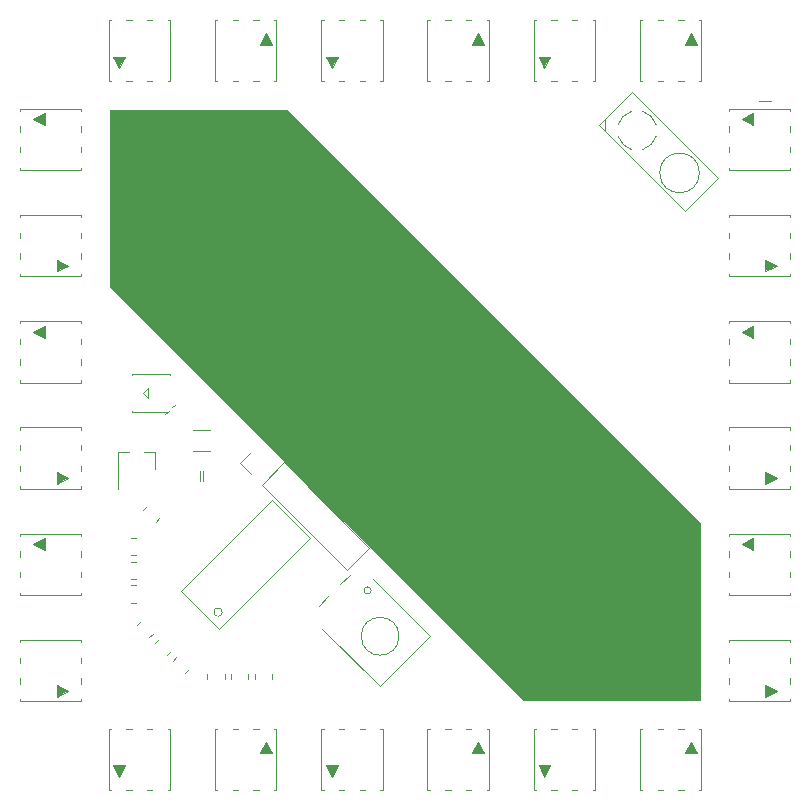
<source format=gbr>
%TF.GenerationSoftware,KiCad,Pcbnew,5.1.9+dfsg1-1+deb11u1*%
%TF.CreationDate,2024-07-25T19:41:34+02:00*%
%TF.ProjectId,label1,6c616265-6c31-42e6-9b69-6361645f7063,rev?*%
%TF.SameCoordinates,Original*%
%TF.FileFunction,Legend,Top*%
%TF.FilePolarity,Positive*%
%FSLAX46Y46*%
G04 Gerber Fmt 4.6, Leading zero omitted, Abs format (unit mm)*
G04 Created by KiCad (PCBNEW 5.1.9+dfsg1-1+deb11u1) date 2024-07-25 19:41:34*
%MOMM*%
%LPD*%
G01*
G04 APERTURE LIST*
%ADD10C,0.100000*%
%ADD11C,0.120000*%
G04 APERTURE END LIST*
D10*
G36*
X80000000Y-65000000D02*
G01*
X80000000Y-80000000D01*
X65000000Y-80000000D01*
X30000000Y-45000000D01*
X30000000Y-30000000D01*
X45000000Y-30000000D01*
X80000000Y-65000000D01*
G37*
X80000000Y-65000000D02*
X80000000Y-80000000D01*
X65000000Y-80000000D01*
X30000000Y-45000000D01*
X30000000Y-30000000D01*
X45000000Y-30000000D01*
X80000000Y-65000000D01*
D11*
X85000000Y-29250000D02*
X86000000Y-29250000D01*
%TO.C,U2*%
X52128427Y-70692498D02*
G75*
G03*
X52128427Y-70692498I-300000J0D01*
G01*
X54489087Y-74581585D02*
G75*
G03*
X54489087Y-74581585I-1600000J0D01*
G01*
X57131728Y-74581585D02*
X52889087Y-78824226D01*
X52889087Y-78824226D02*
X48010051Y-73945189D01*
X48505025Y-71187473D02*
X47698924Y-71993574D01*
X52252691Y-69702549D02*
X57131728Y-74581585D01*
X50301076Y-69391422D02*
X49494975Y-70197523D01*
%TO.C,D41*%
X35500000Y-55000000D02*
X35300000Y-55200000D01*
X34700000Y-55800000D02*
X35000000Y-55500000D01*
X31900000Y-52400000D02*
X31900000Y-52500000D01*
X35100000Y-52400000D02*
X35100000Y-52500000D01*
X31900000Y-55600000D02*
X31900000Y-55500000D01*
X34900000Y-55600000D02*
X31900000Y-55600000D01*
X31900000Y-52400000D02*
X35100000Y-52400000D01*
X33200000Y-53600000D02*
X32800000Y-54000000D01*
X32800000Y-54000000D02*
X33200000Y-54400000D01*
X33200000Y-54400000D02*
X33200000Y-53600000D01*
%TO.C,U1*%
X39520102Y-72530509D02*
G75*
G03*
X39520102Y-72530509I-353554J0D01*
G01*
X36055278Y-70762742D02*
X39272614Y-73980078D01*
X43762742Y-63055278D02*
X36055278Y-70762742D01*
X46980078Y-66272614D02*
X43762742Y-63055278D01*
X39272614Y-73980078D02*
X46980078Y-66272614D01*
D10*
%TO.C,D4*%
G36*
X67300000Y-85500000D02*
G01*
X66800000Y-86500000D01*
X66300000Y-85500000D01*
X67300000Y-85500000D01*
G37*
X67300000Y-85500000D02*
X66800000Y-86500000D01*
X66300000Y-85500000D01*
X67300000Y-85500000D01*
D11*
X66100000Y-82400000D02*
X65900000Y-82400000D01*
X66100000Y-87600000D02*
X65900000Y-87600000D01*
X70900000Y-87600000D02*
X71100000Y-87600000D01*
X70900000Y-82400000D02*
X71100000Y-82400000D01*
X67400000Y-82400000D02*
X67850000Y-82400000D01*
X69150000Y-82400000D02*
X69600000Y-82400000D01*
X69150000Y-87600000D02*
X69600000Y-87600000D01*
X67400000Y-87600000D02*
X67850000Y-87600000D01*
X71100000Y-87600000D02*
X71100000Y-82400000D01*
X65900000Y-87600000D02*
X65900000Y-82400000D01*
%TO.C,R1*%
X32227064Y-67735000D02*
X31772936Y-67735000D01*
X32227064Y-66265000D02*
X31772936Y-66265000D01*
%TO.C,R9*%
X35180282Y-75859165D02*
X34859165Y-76180282D01*
X34140835Y-74819718D02*
X33819718Y-75140835D01*
%TO.C,R8*%
X43735000Y-77772936D02*
X43735000Y-78227064D01*
X42265000Y-77772936D02*
X42265000Y-78227064D01*
%TO.C,R7*%
X41735000Y-77772936D02*
X41735000Y-78227064D01*
X40265000Y-77772936D02*
X40265000Y-78227064D01*
%TO.C,R6*%
X39735000Y-77772936D02*
X39735000Y-78227064D01*
X38265000Y-77772936D02*
X38265000Y-78227064D01*
%TO.C,R5*%
X36680282Y-77359165D02*
X36359165Y-77680282D01*
X35640835Y-76319718D02*
X35319718Y-76640835D01*
%TO.C,R4*%
X33680282Y-74359165D02*
X33359165Y-74680282D01*
X32640835Y-73319718D02*
X32319718Y-73640835D01*
%TO.C,R3*%
X32227064Y-71735000D02*
X31772936Y-71735000D01*
X32227064Y-70265000D02*
X31772936Y-70265000D01*
%TO.C,R2*%
X32227064Y-69735000D02*
X31772936Y-69735000D01*
X32227064Y-68265000D02*
X31772936Y-68265000D01*
D10*
%TO.C,D24*%
G36*
X78700000Y-24500000D02*
G01*
X79200000Y-23500000D01*
X79700000Y-24500000D01*
X78700000Y-24500000D01*
G37*
X78700000Y-24500000D02*
X79200000Y-23500000D01*
X79700000Y-24500000D01*
X78700000Y-24500000D01*
D11*
X79900000Y-27600000D02*
X80100000Y-27600000D01*
X79900000Y-22400000D02*
X80100000Y-22400000D01*
X75100000Y-22400000D02*
X74900000Y-22400000D01*
X75100000Y-27600000D02*
X74900000Y-27600000D01*
X78600000Y-27600000D02*
X78150000Y-27600000D01*
X76850000Y-27600000D02*
X76400000Y-27600000D01*
X76850000Y-22400000D02*
X76400000Y-22400000D01*
X78600000Y-22400000D02*
X78150000Y-22400000D01*
X74900000Y-22400000D02*
X74900000Y-27600000D01*
X80100000Y-22400000D02*
X80100000Y-27600000D01*
D10*
%TO.C,D23*%
G36*
X84500000Y-31300000D02*
G01*
X83500000Y-30800000D01*
X84500000Y-30300000D01*
X84500000Y-31300000D01*
G37*
X84500000Y-31300000D02*
X83500000Y-30800000D01*
X84500000Y-30300000D01*
X84500000Y-31300000D01*
D11*
X87600000Y-30100000D02*
X87600000Y-29900000D01*
X82400000Y-30100000D02*
X82400000Y-29900000D01*
X82400000Y-34900000D02*
X82400000Y-35100000D01*
X87600000Y-34900000D02*
X87600000Y-35100000D01*
X87600000Y-31400000D02*
X87600000Y-31850000D01*
X87600000Y-33150000D02*
X87600000Y-33600000D01*
X82400000Y-33150000D02*
X82400000Y-33600000D01*
X82400000Y-31400000D02*
X82400000Y-31850000D01*
X82400000Y-35100000D02*
X87600000Y-35100000D01*
X82400000Y-29900000D02*
X87600000Y-29900000D01*
D10*
%TO.C,D22*%
G36*
X67300000Y-25500000D02*
G01*
X66800000Y-26500000D01*
X66300000Y-25500000D01*
X67300000Y-25500000D01*
G37*
X67300000Y-25500000D02*
X66800000Y-26500000D01*
X66300000Y-25500000D01*
X67300000Y-25500000D01*
D11*
X66100000Y-22400000D02*
X65900000Y-22400000D01*
X66100000Y-27600000D02*
X65900000Y-27600000D01*
X70900000Y-27600000D02*
X71100000Y-27600000D01*
X70900000Y-22400000D02*
X71100000Y-22400000D01*
X67400000Y-22400000D02*
X67850000Y-22400000D01*
X69150000Y-22400000D02*
X69600000Y-22400000D01*
X69150000Y-27600000D02*
X69600000Y-27600000D01*
X67400000Y-27600000D02*
X67850000Y-27600000D01*
X71100000Y-27600000D02*
X71100000Y-22400000D01*
X65900000Y-27600000D02*
X65900000Y-22400000D01*
D10*
%TO.C,D21*%
G36*
X85500000Y-42700000D02*
G01*
X86500000Y-43200000D01*
X85500000Y-43700000D01*
X85500000Y-42700000D01*
G37*
X85500000Y-42700000D02*
X86500000Y-43200000D01*
X85500000Y-43700000D01*
X85500000Y-42700000D01*
D11*
X82400000Y-43900000D02*
X82400000Y-44100000D01*
X87600000Y-43900000D02*
X87600000Y-44100000D01*
X87600000Y-39100000D02*
X87600000Y-38900000D01*
X82400000Y-39100000D02*
X82400000Y-38900000D01*
X82400000Y-42600000D02*
X82400000Y-42150000D01*
X82400000Y-40850000D02*
X82400000Y-40400000D01*
X87600000Y-40850000D02*
X87600000Y-40400000D01*
X87600000Y-42600000D02*
X87600000Y-42150000D01*
X87600000Y-38900000D02*
X82400000Y-38900000D01*
X87600000Y-44100000D02*
X82400000Y-44100000D01*
D10*
%TO.C,D20*%
G36*
X60700000Y-24500000D02*
G01*
X61200000Y-23500000D01*
X61700000Y-24500000D01*
X60700000Y-24500000D01*
G37*
X60700000Y-24500000D02*
X61200000Y-23500000D01*
X61700000Y-24500000D01*
X60700000Y-24500000D01*
D11*
X61900000Y-27600000D02*
X62100000Y-27600000D01*
X61900000Y-22400000D02*
X62100000Y-22400000D01*
X57100000Y-22400000D02*
X56900000Y-22400000D01*
X57100000Y-27600000D02*
X56900000Y-27600000D01*
X60600000Y-27600000D02*
X60150000Y-27600000D01*
X58850000Y-27600000D02*
X58400000Y-27600000D01*
X58850000Y-22400000D02*
X58400000Y-22400000D01*
X60600000Y-22400000D02*
X60150000Y-22400000D01*
X56900000Y-22400000D02*
X56900000Y-27600000D01*
X62100000Y-22400000D02*
X62100000Y-27600000D01*
D10*
%TO.C,D19*%
G36*
X84500000Y-49300000D02*
G01*
X83500000Y-48800000D01*
X84500000Y-48300000D01*
X84500000Y-49300000D01*
G37*
X84500000Y-49300000D02*
X83500000Y-48800000D01*
X84500000Y-48300000D01*
X84500000Y-49300000D01*
D11*
X87600000Y-48100000D02*
X87600000Y-47900000D01*
X82400000Y-48100000D02*
X82400000Y-47900000D01*
X82400000Y-52900000D02*
X82400000Y-53100000D01*
X87600000Y-52900000D02*
X87600000Y-53100000D01*
X87600000Y-49400000D02*
X87600000Y-49850000D01*
X87600000Y-51150000D02*
X87600000Y-51600000D01*
X82400000Y-51150000D02*
X82400000Y-51600000D01*
X82400000Y-49400000D02*
X82400000Y-49850000D01*
X82400000Y-53100000D02*
X87600000Y-53100000D01*
X82400000Y-47900000D02*
X87600000Y-47900000D01*
D10*
%TO.C,D18*%
G36*
X49300000Y-25500000D02*
G01*
X48800000Y-26500000D01*
X48300000Y-25500000D01*
X49300000Y-25500000D01*
G37*
X49300000Y-25500000D02*
X48800000Y-26500000D01*
X48300000Y-25500000D01*
X49300000Y-25500000D01*
D11*
X48100000Y-22400000D02*
X47900000Y-22400000D01*
X48100000Y-27600000D02*
X47900000Y-27600000D01*
X52900000Y-27600000D02*
X53100000Y-27600000D01*
X52900000Y-22400000D02*
X53100000Y-22400000D01*
X49400000Y-22400000D02*
X49850000Y-22400000D01*
X51150000Y-22400000D02*
X51600000Y-22400000D01*
X51150000Y-27600000D02*
X51600000Y-27600000D01*
X49400000Y-27600000D02*
X49850000Y-27600000D01*
X53100000Y-27600000D02*
X53100000Y-22400000D01*
X47900000Y-27600000D02*
X47900000Y-22400000D01*
D10*
%TO.C,D17*%
G36*
X85500000Y-60700000D02*
G01*
X86500000Y-61200000D01*
X85500000Y-61700000D01*
X85500000Y-60700000D01*
G37*
X85500000Y-60700000D02*
X86500000Y-61200000D01*
X85500000Y-61700000D01*
X85500000Y-60700000D01*
D11*
X82400000Y-61900000D02*
X82400000Y-62100000D01*
X87600000Y-61900000D02*
X87600000Y-62100000D01*
X87600000Y-57100000D02*
X87600000Y-56900000D01*
X82400000Y-57100000D02*
X82400000Y-56900000D01*
X82400000Y-60600000D02*
X82400000Y-60150000D01*
X82400000Y-58850000D02*
X82400000Y-58400000D01*
X87600000Y-58850000D02*
X87600000Y-58400000D01*
X87600000Y-60600000D02*
X87600000Y-60150000D01*
X87600000Y-56900000D02*
X82400000Y-56900000D01*
X87600000Y-62100000D02*
X82400000Y-62100000D01*
D10*
%TO.C,D16*%
G36*
X42700000Y-24500000D02*
G01*
X43200000Y-23500000D01*
X43700000Y-24500000D01*
X42700000Y-24500000D01*
G37*
X42700000Y-24500000D02*
X43200000Y-23500000D01*
X43700000Y-24500000D01*
X42700000Y-24500000D01*
D11*
X43900000Y-27600000D02*
X44100000Y-27600000D01*
X43900000Y-22400000D02*
X44100000Y-22400000D01*
X39100000Y-22400000D02*
X38900000Y-22400000D01*
X39100000Y-27600000D02*
X38900000Y-27600000D01*
X42600000Y-27600000D02*
X42150000Y-27600000D01*
X40850000Y-27600000D02*
X40400000Y-27600000D01*
X40850000Y-22400000D02*
X40400000Y-22400000D01*
X42600000Y-22400000D02*
X42150000Y-22400000D01*
X38900000Y-22400000D02*
X38900000Y-27600000D01*
X44100000Y-22400000D02*
X44100000Y-27600000D01*
D10*
%TO.C,D15*%
G36*
X84500000Y-67300000D02*
G01*
X83500000Y-66800000D01*
X84500000Y-66300000D01*
X84500000Y-67300000D01*
G37*
X84500000Y-67300000D02*
X83500000Y-66800000D01*
X84500000Y-66300000D01*
X84500000Y-67300000D01*
D11*
X87600000Y-66100000D02*
X87600000Y-65900000D01*
X82400000Y-66100000D02*
X82400000Y-65900000D01*
X82400000Y-70900000D02*
X82400000Y-71100000D01*
X87600000Y-70900000D02*
X87600000Y-71100000D01*
X87600000Y-67400000D02*
X87600000Y-67850000D01*
X87600000Y-69150000D02*
X87600000Y-69600000D01*
X82400000Y-69150000D02*
X82400000Y-69600000D01*
X82400000Y-67400000D02*
X82400000Y-67850000D01*
X82400000Y-71100000D02*
X87600000Y-71100000D01*
X82400000Y-65900000D02*
X87600000Y-65900000D01*
D10*
%TO.C,D14*%
G36*
X31300000Y-25500000D02*
G01*
X30800000Y-26500000D01*
X30300000Y-25500000D01*
X31300000Y-25500000D01*
G37*
X31300000Y-25500000D02*
X30800000Y-26500000D01*
X30300000Y-25500000D01*
X31300000Y-25500000D01*
D11*
X30100000Y-22400000D02*
X29900000Y-22400000D01*
X30100000Y-27600000D02*
X29900000Y-27600000D01*
X34900000Y-27600000D02*
X35100000Y-27600000D01*
X34900000Y-22400000D02*
X35100000Y-22400000D01*
X31400000Y-22400000D02*
X31850000Y-22400000D01*
X33150000Y-22400000D02*
X33600000Y-22400000D01*
X33150000Y-27600000D02*
X33600000Y-27600000D01*
X31400000Y-27600000D02*
X31850000Y-27600000D01*
X35100000Y-27600000D02*
X35100000Y-22400000D01*
X29900000Y-27600000D02*
X29900000Y-22400000D01*
D10*
%TO.C,D13*%
G36*
X85500000Y-78700000D02*
G01*
X86500000Y-79200000D01*
X85500000Y-79700000D01*
X85500000Y-78700000D01*
G37*
X85500000Y-78700000D02*
X86500000Y-79200000D01*
X85500000Y-79700000D01*
X85500000Y-78700000D01*
D11*
X82400000Y-79900000D02*
X82400000Y-80100000D01*
X87600000Y-79900000D02*
X87600000Y-80100000D01*
X87600000Y-75100000D02*
X87600000Y-74900000D01*
X82400000Y-75100000D02*
X82400000Y-74900000D01*
X82400000Y-78600000D02*
X82400000Y-78150000D01*
X82400000Y-76850000D02*
X82400000Y-76400000D01*
X87600000Y-76850000D02*
X87600000Y-76400000D01*
X87600000Y-78600000D02*
X87600000Y-78150000D01*
X87600000Y-74900000D02*
X82400000Y-74900000D01*
X87600000Y-80100000D02*
X82400000Y-80100000D01*
D10*
%TO.C,D12*%
G36*
X31300000Y-85500000D02*
G01*
X30800000Y-86500000D01*
X30300000Y-85500000D01*
X31300000Y-85500000D01*
G37*
X31300000Y-85500000D02*
X30800000Y-86500000D01*
X30300000Y-85500000D01*
X31300000Y-85500000D01*
D11*
X30100000Y-82400000D02*
X29900000Y-82400000D01*
X30100000Y-87600000D02*
X29900000Y-87600000D01*
X34900000Y-87600000D02*
X35100000Y-87600000D01*
X34900000Y-82400000D02*
X35100000Y-82400000D01*
X31400000Y-82400000D02*
X31850000Y-82400000D01*
X33150000Y-82400000D02*
X33600000Y-82400000D01*
X33150000Y-87600000D02*
X33600000Y-87600000D01*
X31400000Y-87600000D02*
X31850000Y-87600000D01*
X35100000Y-87600000D02*
X35100000Y-82400000D01*
X29900000Y-87600000D02*
X29900000Y-82400000D01*
D10*
%TO.C,D11*%
G36*
X25500000Y-78700000D02*
G01*
X26500000Y-79200000D01*
X25500000Y-79700000D01*
X25500000Y-78700000D01*
G37*
X25500000Y-78700000D02*
X26500000Y-79200000D01*
X25500000Y-79700000D01*
X25500000Y-78700000D01*
D11*
X22400000Y-79900000D02*
X22400000Y-80100000D01*
X27600000Y-79900000D02*
X27600000Y-80100000D01*
X27600000Y-75100000D02*
X27600000Y-74900000D01*
X22400000Y-75100000D02*
X22400000Y-74900000D01*
X22400000Y-78600000D02*
X22400000Y-78150000D01*
X22400000Y-76850000D02*
X22400000Y-76400000D01*
X27600000Y-76850000D02*
X27600000Y-76400000D01*
X27600000Y-78600000D02*
X27600000Y-78150000D01*
X27600000Y-74900000D02*
X22400000Y-74900000D01*
X27600000Y-80100000D02*
X22400000Y-80100000D01*
D10*
%TO.C,D10*%
G36*
X42700000Y-84500000D02*
G01*
X43200000Y-83500000D01*
X43700000Y-84500000D01*
X42700000Y-84500000D01*
G37*
X42700000Y-84500000D02*
X43200000Y-83500000D01*
X43700000Y-84500000D01*
X42700000Y-84500000D01*
D11*
X43900000Y-87600000D02*
X44100000Y-87600000D01*
X43900000Y-82400000D02*
X44100000Y-82400000D01*
X39100000Y-82400000D02*
X38900000Y-82400000D01*
X39100000Y-87600000D02*
X38900000Y-87600000D01*
X42600000Y-87600000D02*
X42150000Y-87600000D01*
X40850000Y-87600000D02*
X40400000Y-87600000D01*
X40850000Y-82400000D02*
X40400000Y-82400000D01*
X42600000Y-82400000D02*
X42150000Y-82400000D01*
X38900000Y-82400000D02*
X38900000Y-87600000D01*
X44100000Y-82400000D02*
X44100000Y-87600000D01*
D10*
%TO.C,D9*%
G36*
X24500000Y-67300000D02*
G01*
X23500000Y-66800000D01*
X24500000Y-66300000D01*
X24500000Y-67300000D01*
G37*
X24500000Y-67300000D02*
X23500000Y-66800000D01*
X24500000Y-66300000D01*
X24500000Y-67300000D01*
D11*
X27600000Y-66100000D02*
X27600000Y-65900000D01*
X22400000Y-66100000D02*
X22400000Y-65900000D01*
X22400000Y-70900000D02*
X22400000Y-71100000D01*
X27600000Y-70900000D02*
X27600000Y-71100000D01*
X27600000Y-67400000D02*
X27600000Y-67850000D01*
X27600000Y-69150000D02*
X27600000Y-69600000D01*
X22400000Y-69150000D02*
X22400000Y-69600000D01*
X22400000Y-67400000D02*
X22400000Y-67850000D01*
X22400000Y-71100000D02*
X27600000Y-71100000D01*
X22400000Y-65900000D02*
X27600000Y-65900000D01*
D10*
%TO.C,D8*%
G36*
X49300000Y-85500000D02*
G01*
X48800000Y-86500000D01*
X48300000Y-85500000D01*
X49300000Y-85500000D01*
G37*
X49300000Y-85500000D02*
X48800000Y-86500000D01*
X48300000Y-85500000D01*
X49300000Y-85500000D01*
D11*
X48100000Y-82400000D02*
X47900000Y-82400000D01*
X48100000Y-87600000D02*
X47900000Y-87600000D01*
X52900000Y-87600000D02*
X53100000Y-87600000D01*
X52900000Y-82400000D02*
X53100000Y-82400000D01*
X49400000Y-82400000D02*
X49850000Y-82400000D01*
X51150000Y-82400000D02*
X51600000Y-82400000D01*
X51150000Y-87600000D02*
X51600000Y-87600000D01*
X49400000Y-87600000D02*
X49850000Y-87600000D01*
X53100000Y-87600000D02*
X53100000Y-82400000D01*
X47900000Y-87600000D02*
X47900000Y-82400000D01*
D10*
%TO.C,D7*%
G36*
X25500000Y-60700000D02*
G01*
X26500000Y-61200000D01*
X25500000Y-61700000D01*
X25500000Y-60700000D01*
G37*
X25500000Y-60700000D02*
X26500000Y-61200000D01*
X25500000Y-61700000D01*
X25500000Y-60700000D01*
D11*
X22400000Y-61900000D02*
X22400000Y-62100000D01*
X27600000Y-61900000D02*
X27600000Y-62100000D01*
X27600000Y-57100000D02*
X27600000Y-56900000D01*
X22400000Y-57100000D02*
X22400000Y-56900000D01*
X22400000Y-60600000D02*
X22400000Y-60150000D01*
X22400000Y-58850000D02*
X22400000Y-58400000D01*
X27600000Y-58850000D02*
X27600000Y-58400000D01*
X27600000Y-60600000D02*
X27600000Y-60150000D01*
X27600000Y-56900000D02*
X22400000Y-56900000D01*
X27600000Y-62100000D02*
X22400000Y-62100000D01*
D10*
%TO.C,D6*%
G36*
X60700000Y-84500000D02*
G01*
X61200000Y-83500000D01*
X61700000Y-84500000D01*
X60700000Y-84500000D01*
G37*
X60700000Y-84500000D02*
X61200000Y-83500000D01*
X61700000Y-84500000D01*
X60700000Y-84500000D01*
D11*
X61900000Y-87600000D02*
X62100000Y-87600000D01*
X61900000Y-82400000D02*
X62100000Y-82400000D01*
X57100000Y-82400000D02*
X56900000Y-82400000D01*
X57100000Y-87600000D02*
X56900000Y-87600000D01*
X60600000Y-87600000D02*
X60150000Y-87600000D01*
X58850000Y-87600000D02*
X58400000Y-87600000D01*
X58850000Y-82400000D02*
X58400000Y-82400000D01*
X60600000Y-82400000D02*
X60150000Y-82400000D01*
X56900000Y-82400000D02*
X56900000Y-87600000D01*
X62100000Y-82400000D02*
X62100000Y-87600000D01*
D10*
%TO.C,D5*%
G36*
X24500000Y-49300000D02*
G01*
X23500000Y-48800000D01*
X24500000Y-48300000D01*
X24500000Y-49300000D01*
G37*
X24500000Y-49300000D02*
X23500000Y-48800000D01*
X24500000Y-48300000D01*
X24500000Y-49300000D01*
D11*
X27600000Y-48100000D02*
X27600000Y-47900000D01*
X22400000Y-48100000D02*
X22400000Y-47900000D01*
X22400000Y-52900000D02*
X22400000Y-53100000D01*
X27600000Y-52900000D02*
X27600000Y-53100000D01*
X27600000Y-49400000D02*
X27600000Y-49850000D01*
X27600000Y-51150000D02*
X27600000Y-51600000D01*
X22400000Y-51150000D02*
X22400000Y-51600000D01*
X22400000Y-49400000D02*
X22400000Y-49850000D01*
X22400000Y-53100000D02*
X27600000Y-53100000D01*
X22400000Y-47900000D02*
X27600000Y-47900000D01*
D10*
%TO.C,D3*%
G36*
X25500000Y-42700000D02*
G01*
X26500000Y-43200000D01*
X25500000Y-43700000D01*
X25500000Y-42700000D01*
G37*
X25500000Y-42700000D02*
X26500000Y-43200000D01*
X25500000Y-43700000D01*
X25500000Y-42700000D01*
D11*
X22400000Y-43900000D02*
X22400000Y-44100000D01*
X27600000Y-43900000D02*
X27600000Y-44100000D01*
X27600000Y-39100000D02*
X27600000Y-38900000D01*
X22400000Y-39100000D02*
X22400000Y-38900000D01*
X22400000Y-42600000D02*
X22400000Y-42150000D01*
X22400000Y-40850000D02*
X22400000Y-40400000D01*
X27600000Y-40850000D02*
X27600000Y-40400000D01*
X27600000Y-42600000D02*
X27600000Y-42150000D01*
X27600000Y-38900000D02*
X22400000Y-38900000D01*
X27600000Y-44100000D02*
X22400000Y-44100000D01*
D10*
%TO.C,D2*%
G36*
X78700000Y-84500000D02*
G01*
X79200000Y-83500000D01*
X79700000Y-84500000D01*
X78700000Y-84500000D01*
G37*
X78700000Y-84500000D02*
X79200000Y-83500000D01*
X79700000Y-84500000D01*
X78700000Y-84500000D01*
D11*
X79900000Y-87600000D02*
X80100000Y-87600000D01*
X79900000Y-82400000D02*
X80100000Y-82400000D01*
X75100000Y-82400000D02*
X74900000Y-82400000D01*
X75100000Y-87600000D02*
X74900000Y-87600000D01*
X78600000Y-87600000D02*
X78150000Y-87600000D01*
X76850000Y-87600000D02*
X76400000Y-87600000D01*
X76850000Y-82400000D02*
X76400000Y-82400000D01*
X78600000Y-82400000D02*
X78150000Y-82400000D01*
X74900000Y-82400000D02*
X74900000Y-87600000D01*
X80100000Y-82400000D02*
X80100000Y-87600000D01*
D10*
%TO.C,D1*%
G36*
X24500000Y-31300000D02*
G01*
X23500000Y-30800000D01*
X24500000Y-30300000D01*
X24500000Y-31300000D01*
G37*
X24500000Y-31300000D02*
X23500000Y-30800000D01*
X24500000Y-30300000D01*
X24500000Y-31300000D01*
D11*
X27600000Y-30100000D02*
X27600000Y-29900000D01*
X22400000Y-30100000D02*
X22400000Y-29900000D01*
X22400000Y-34900000D02*
X22400000Y-35100000D01*
X27600000Y-34900000D02*
X27600000Y-35100000D01*
X27600000Y-31400000D02*
X27600000Y-31850000D01*
X27600000Y-33150000D02*
X27600000Y-33600000D01*
X22400000Y-33150000D02*
X22400000Y-33600000D01*
X22400000Y-31400000D02*
X22400000Y-31850000D01*
X22400000Y-35100000D02*
X27600000Y-35100000D01*
X22400000Y-29900000D02*
X27600000Y-29900000D01*
%TO.C,Q1*%
X33830000Y-58990000D02*
X33830000Y-60450000D01*
X30670000Y-58990000D02*
X30670000Y-62150000D01*
X30670000Y-58990000D02*
X31600000Y-58990000D01*
X33830000Y-58990000D02*
X32900000Y-58990000D01*
%TO.C,C1*%
X37600000Y-60600000D02*
X37600000Y-61450000D01*
X37900000Y-61450000D02*
X37900000Y-60600000D01*
%TO.C,R13*%
X38477064Y-57090000D02*
X37022936Y-57090000D01*
X38477064Y-58910000D02*
X37022936Y-58910000D01*
%TO.C,J2*%
X79922103Y-35352102D02*
G75*
G03*
X79922103Y-35352102I-1680001J0D01*
G01*
X71397309Y-31335736D02*
X78666367Y-38604794D01*
X74225736Y-28507309D02*
X81494794Y-35776367D01*
X74225736Y-28507309D02*
X71397309Y-31335736D01*
X81494794Y-35776367D02*
X78666367Y-38604794D01*
X71892284Y-30840761D02*
X71892284Y-31830711D01*
X73482518Y-32969035D02*
G75*
G02*
X73042746Y-32251439I1167482J1209035D01*
G01*
X73042716Y-31268656D02*
G75*
G02*
X74158561Y-30152746I1607284J-491344D01*
G01*
X75141344Y-30152716D02*
G75*
G02*
X76257254Y-31268561I-491344J-1607284D01*
G01*
X76257284Y-32251344D02*
G75*
G02*
X75141439Y-33367254I-1607284J491344D01*
G01*
X74158816Y-33366591D02*
G75*
G02*
X73462061Y-32947939I491184J1606591D01*
G01*
%TO.C,J1*%
X50092103Y-68973007D02*
X51973007Y-67092103D01*
X42865472Y-61746376D02*
X50092103Y-68973007D01*
X44746376Y-59865472D02*
X51973007Y-67092103D01*
X42865472Y-61746376D02*
X44746376Y-59865472D01*
X41967446Y-60848350D02*
X41026994Y-59907898D01*
X41026994Y-59907898D02*
X41967446Y-58967446D01*
%TO.C,R12*%
X32847535Y-63863018D02*
X33168652Y-63541901D01*
X33886982Y-64902465D02*
X34208099Y-64581348D01*
%TD*%
M02*

</source>
